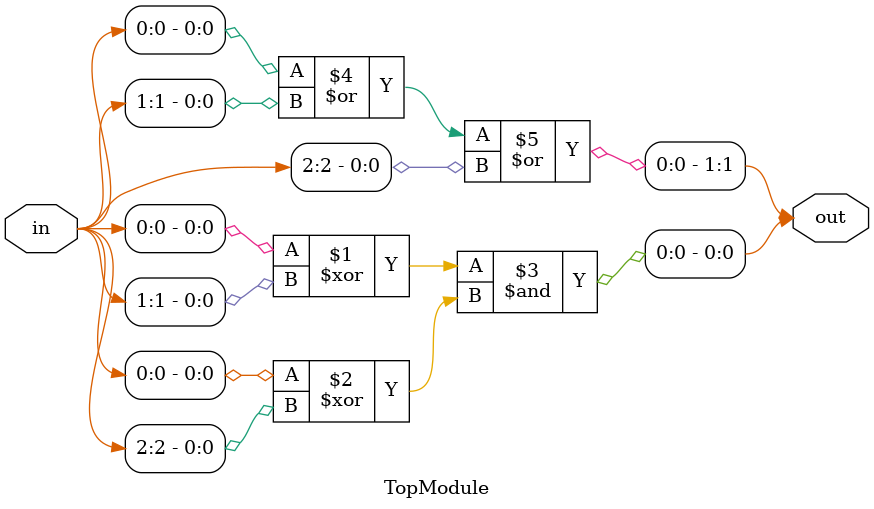
<source format=sv>

module TopModule (
  input [2:0] in,
  output [1:0] out
);
assign out[0] = (in[0] ^ in[1]) & (in[0] ^ in[2]);
assign out[1] = in[0] | in[1] | in[2];
endmodule

</source>
